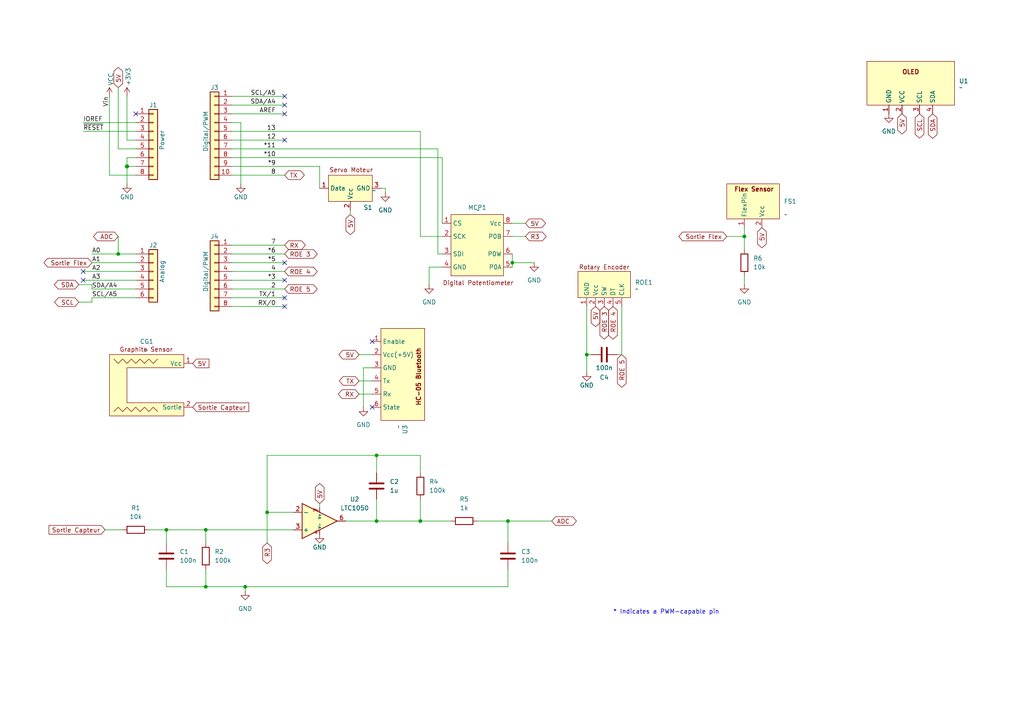
<source format=kicad_sch>
(kicad_sch (version 20250114) (generator "eeschema") (generator_version "9.0")
  (paper "A4")
  (title_block (date "2025-03-08") (company "INSA Toulouse - 4A GP"))
  (lib_symbols
    (symbol "Connector_Generic:Conn_01x06" (pin_names (offset 1.016) (hide yes))
      (property "Reference" "J" (at 0 7.62 0))
      (property "Value" "Conn_01x06" (at 0 -10.16 0))
      (symbol "Conn_01x06_1_1"
        (rectangle (start -1.27 6.35) (end 1.27 -8.89) (stroke (width 0.254)) (fill (type background)))
        (rectangle (start -1.27 5.207) (end 0 4.953) (stroke (width 0.1524)))
        (rectangle (start -1.27 2.667) (end 0 2.413) (stroke (width 0.1524)))
        (rectangle (start -1.27 0.127) (end 0 -0.127) (stroke (width 0.1524)))
        (rectangle (start -1.27 -2.413) (end 0 -2.667) (stroke (width 0.1524)))
        (rectangle (start -1.27 -4.953) (end 0 -5.207) (stroke (width 0.1524)))
        (rectangle (start -1.27 -7.493) (end 0 -7.747) (stroke (width 0.1524)))
        (pin passive line (at -5.08 5.08 0) (length 3.81) (name "Pin_1") (number "1"))
        (pin passive line (at -5.08 2.54 0) (length 3.81) (name "Pin_2") (number "2"))
        (pin passive line (at -5.08 0 0) (length 3.81) (name "Pin_3") (number "3"))
        (pin passive line (at -5.08 -2.54 0) (length 3.81) (name "Pin_4") (number "4"))
        (pin passive line (at -5.08 -5.08 0) (length 3.81) (name "Pin_5") (number "5"))
        (pin passive line (at -5.08 -7.62 0) (length 3.81) (name "Pin_6") (number "6"))
      )
    )
    (symbol "Connector_Generic:Conn_01x08" (pin_names (offset 1.016) (hide yes))
      (property "Reference" "J" (at 0 10.16 0))
      (property "Value" "Conn_01x08" (at 0 -12.7 0))
      (symbol "Conn_01x08_1_1"
        (rectangle (start -1.27 8.89) (end 1.27 -11.43) (stroke (width 0.254)) (fill (type background)))
        (rectangle (start -1.27 7.747) (end 0 7.493) (stroke (width 0.1524)))
        (rectangle (start -1.27 5.207) (end 0 4.953) (stroke (width 0.1524)))
        (rectangle (start -1.27 2.667) (end 0 2.413) (stroke (width 0.1524)))
        (rectangle (start -1.27 0.127) (end 0 -0.127) (stroke (width 0.1524)))
        (rectangle (start -1.27 -2.413) (end 0 -2.667) (stroke (width 0.1524)))
        (rectangle (start -1.27 -4.953) (end 0 -5.207) (stroke (width 0.1524)))
        (rectangle (start -1.27 -7.493) (end 0 -7.747) (stroke (width 0.1524)))
        (rectangle (start -1.27 -10.033) (end 0 -10.287) (stroke (width 0.1524)))
        (pin passive line (at -5.08 7.62 0) (length 3.81) (name "Pin_1") (number "1"))
        (pin passive line (at -5.08 5.08 0) (length 3.81) (name "Pin_2") (number "2"))
        (pin passive line (at -5.08 2.54 0) (length 3.81) (name "Pin_3") (number "3"))
        (pin passive line (at -5.08 0 0) (length 3.81) (name "Pin_4") (number "4"))
        (pin passive line (at -5.08 -2.54 0) (length 3.81) (name "Pin_5") (number "5"))
        (pin passive line (at -5.08 -5.08 0) (length 3.81) (name "Pin_6") (number "6"))
        (pin passive line (at -5.08 -7.62 0) (length 3.81) (name "Pin_7") (number "7"))
        (pin passive line (at -5.08 -10.16 0) (length 3.81) (name "Pin_8") (number "8"))
      )
    )
    (symbol "Connector_Generic:Conn_01x10" (pin_names (offset 1.016) (hide yes))
      (property "Reference" "J" (at 0 12.7 0))
      (property "Value" "Conn_01x10" (at 0 -15.24 0))
      (symbol "Conn_01x10_1_1"
        (rectangle (start -1.27 11.43) (end 1.27 -13.97) (stroke (width 0.254)) (fill (type background)))
        (rectangle (start -1.27 10.287) (end 0 10.033) (stroke (width 0.1524)))
        (rectangle (start -1.27 7.747) (end 0 7.493) (stroke (width 0.1524)))
        (rectangle (start -1.27 5.207) (end 0 4.953) (stroke (width 0.1524)))
        (rectangle (start -1.27 2.667) (end 0 2.413) (stroke (width 0.1524)))
        (rectangle (start -1.27 0.127) (end 0 -0.127) (stroke (width 0.1524)))
        (rectangle (start -1.27 -2.413) (end 0 -2.667) (stroke (width 0.1524)))
        (rectangle (start -1.27 -4.953) (end 0 -5.207) (stroke (width 0.1524)))
        (rectangle (start -1.27 -7.493) (end 0 -7.747) (stroke (width 0.1524)))
        (rectangle (start -1.27 -10.033) (end 0 -10.287) (stroke (width 0.1524)))
        (rectangle (start -1.27 -12.573) (end 0 -12.827) (stroke (width 0.1524)))
        (pin passive line (at -5.08 10.16 0) (length 3.81) (name "Pin_1") (number "1"))
        (pin passive line (at -5.08 7.62 0) (length 3.81) (name "Pin_2") (number "2"))
        (pin passive line (at -5.08 5.08 0) (length 3.81) (name "Pin_3") (number "3"))
        (pin passive line (at -5.08 2.54 0) (length 3.81) (name "Pin_4") (number "4"))
        (pin passive line (at -5.08 0 0) (length 3.81) (name "Pin_5") (number "5"))
        (pin passive line (at -5.08 -2.54 0) (length 3.81) (name "Pin_6") (number "6"))
        (pin passive line (at -5.08 -5.08 0) (length 3.81) (name "Pin_7") (number "7"))
        (pin passive line (at -5.08 -7.62 0) (length 3.81) (name "Pin_8") (number "8"))
        (pin passive line (at -5.08 -10.16 0) (length 3.81) (name "Pin_9") (number "9"))
        (pin passive line (at -5.08 -12.7 0) (length 3.81) (name "Pin_10") (number "10"))
      )
    )
    (symbol "Device:C" (pin_numbers (hide yes)) (pin_names (offset 0.254))
      (property "Reference" "C" (at 0.635 2.54 0))
      (property "Value" "C" (at 0.635 -2.54 0))
      (symbol "C_0_1"
        (polyline (pts (xy -2.032 0.762) (xy 2.032 0.762)) (stroke (width 0.508)))
        (polyline (pts (xy -2.032 -0.762) (xy 2.032 -0.762)) (stroke (width 0.508)))
      )
      (symbol "C_1_1"
        (pin passive line (at 0 3.81 270) (length 2.794) (name "~") (number "1"))
        (pin passive line (at 0 -3.81 90) (length 2.794) (name "~") (number "2"))
      )
    )
    (symbol "Device:R" (pin_numbers (hide yes)) (pin_names (offset 0))
      (property "Reference" "R" (at 2.032 0 90))
      (property "Value" "R" (at 0 0 90))
      (symbol "R_0_1"
        (rectangle (start -1.016 -2.54) (end 1.016 2.54) (stroke (width 0.254)))
      )
      (symbol "R_1_1"
        (pin passive line (at 0 3.81 270) (length 1.27) (name "~") (number "1"))
        (pin passive line (at 0 -3.81 90) (length 1.27) (name "~") (number "2"))
      )
    )
    (symbol "GND_1" (power) (pin_numbers (hide yes)) (pin_names (offset 0) (hide yes))
      (property "Value" "GND" (at 0 -3.81 0))
      (symbol "GND_1_0_1"
        (polyline (pts (xy 0 0) (xy 0 -1.27) (xy 1.27 -1.27) (xy 0 -2.54) (xy -1.27 -1.27) (xy 0 -1.27)))
      )
      (symbol "GND_1_1_1"
        (pin power_in line (at 0 0 270) (length 0) (name "~") (number "1"))
      )
    )
    (symbol "GND_2" (power) (pin_numbers (hide yes)) (pin_names (offset 0) (hide yes))
      (property "Value" "GND" (at 0 -3.81 0))
      (symbol "GND_2_0_1"
        (polyline (pts (xy 0 0) (xy 0 -1.27) (xy 1.27 -1.27) (xy 0 -2.54) (xy -1.27 -1.27) (xy 0 -1.27)))
      )
      (symbol "GND_2_1_1"
        (pin power_in line (at 0 0 270) (length 0) (name "~") (number "1"))
      )
    )
    (symbol "MyLibGraphite:Capteur"
      (property "Reference" "CG1" (at -12.7 8.255 90))
      (property "Value" "~" (at -10.16 8.255 90))
      (symbol "Capteur_1_1"
        (polyline (pts (xy -7.62 -1.27) (xy -6.35 0) (xy -7.62 1.27) (xy -6.35 2.54) (xy -7.62 3.81) (xy -6.35 5.08) (xy -7.62 6.35) (xy -6.35 7.62) (xy -7.62 8.89) (xy -6.35 10.16) (xy -7.62 11.43)))
        (polyline (pts (xy -6.985 -2.54) (xy 8.89 -2.54) (xy 8.89 19.05) (xy 5.08 19.05) (xy 5.08 2.54) (xy -5.08 2.54) (xy -5.08 19.05) (xy -8.89 19.05) (xy -8.89 -2.54) (xy -6.985 -2.54) (xy 7.62 -2.54)) (fill (type background)))
        (polyline (pts (xy 7.62 11.43) (xy 6.35 10.16) (xy 7.62 8.89) (xy 6.35 7.62) (xy 7.62 6.35) (xy 6.35 5.08) (xy 7.62 3.81) (xy 6.35 2.54) (xy 7.62 1.27) (xy 6.35 0) (xy 7.62 -1.27)))
        (text "Graphite Sensor" (at -10.414 8.128 900) (effects (font (size 1.27 1.27))))
        (pin input line (at -6.35 21.59 270) (length 2.54) (name "Vcc") (number "1"))
        (pin input line (at 6.35 21.59 270) (length 2.54) (name "Sortie") (number "2"))
      )
    )
    (symbol "MyLibGraphite:Digital-Potentiometer"
      (property "Reference" "MCP1" (at 0 10.414 0))
      (symbol "Digital-Potentiometer_1_1"
        (rectangle (start -7.62 8.89) (end 7.62 -8.89) (fill (type background)))
        (text "Digital Potentiometer" (at 0.254 -10.922 0) (effects (font (size 1.27 1.27))))
        (pin input line (at -10.16 6.35 0) (length 2.54) (name "CS") (number "1"))
        (pin input line (at -10.16 2.54 0) (length 2.54) (name "SCK") (number "2"))
        (pin input line (at -10.16 -2.54 0) (length 2.54) (name "SDI") (number "3"))
        (pin input line (at -10.16 -6.35 0) (length 2.54) (name "GND") (number "4"))
        (pin input line (at 10.16 6.35 180) (length 2.54) (name "Vcc") (number "8"))
        (pin input line (at 10.16 2.54 180) (length 2.54) (name "P0B") (number "7"))
        (pin input line (at 10.16 -2.54 180) (length 2.54) (name "P0W") (number "6"))
        (pin input line (at 10.16 -6.35 180) (length 2.54) (name "P0A") (number "5"))
      )
    )
    (symbol "MyLibGraphite:Flex-Sensor"
      (property "Reference" "U4" (at 8.89 -1.27 0))
      (property "Value" "~" (at 8.89 -5.08 0))
      (symbol "Flex-Sensor_1_1"
        (rectangle (start -7.62 3.81) (end 7.62 -6.35) (fill (type background)))
        (text "Flex Sensor" (at 0.254 2.286 0) (effects (font (size 1.27 1.27) (thickness 0.254) (bold yes))))
        (pin input line (at -2.54 -8.89 90) (length 2.54) (name "FlexPin") (number "1"))
        (pin input line (at 2.54 -8.89 90) (length 2.54) (name "Vcc") (number "2"))
      )
    )
    (symbol "MyLibGraphite:HC-05_Bluetooth"
      (property "Reference" "U3" (at 15.24 2.032 0))
      (symbol "HC-05_Bluetooth_1_1"
        (rectangle (start -13.97 8.89) (end 12.7 -3.81) (fill (type background)))
        (text "HC-05 Bluetooth\n" (at 0 7.112 0) (effects (font (size 1.27 1.27) (thickness 0.254) (bold yes))))
        (pin input line (at -10.16 -6.35 90) (length 2.54) (name "Enable") (number "1"))
        (pin input line (at -6.35 -6.35 90) (length 2.54) (name "Vcc(+5V)") (number "2"))
        (pin input line (at -2.54 -6.35 90) (length 2.54) (name "GND") (number "3"))
        (pin input line (at 1.27 -6.35 90) (length 2.54) (name "Tx") (number "4"))
        (pin input line (at 5.08 -6.35 90) (length 2.54) (name "Rx") (number "5"))
        (pin input line (at 8.89 -6.35 90) (length 2.54) (name "State") (number "6"))
      )
    )
    (symbol "MyLibGraphite:LTC1050" (pin_names (offset 0.254))
      (property "Reference" "U2" (at 10.16 6.3186 0))
      (property "Value" "LTC1050" (at 10.16 3.7786 0))
      (symbol "LTC1050_1_1"
        (polyline (pts (xy -5.08 5.08) (xy -5.08 -5.08) (xy 5.08 0) (xy -5.08 5.08)) (stroke (width 0.254)) (fill (type background)))
        (pin input line (at -7.62 2.54 0) (length 2.54) (name "-") (number "2"))
        (pin input line (at -7.62 -2.54 0) (length 2.54) (name "+") (number "3"))
        (pin input line (at 0 3.81 270) (length 1.27) (name "V+") (number "7"))
        (pin input line (at 0 -3.81 90) (length 1.27) (name "V-") (number "4"))
        (pin no_connect line (at 2.54 -11.43 180) (length 2.54) (hide yes) (name "NC") (number "1"))
        (pin no_connect line (at 2.54 -13.97 180) (length 2.54) (hide yes) (name "EXT_CLK") (number "5"))
        (pin no_connect line (at 2.54 -16.51 180) (length 2.54) (hide yes) (name "NC") (number "8"))
        (pin output line (at 7.62 0 180) (length 2.54) (name "~") (number "6"))
      )
    )
    (symbol "MyLibGraphite:OLED"
      (property "Reference" "U1" (at 0 6.096 0))
      (symbol "OLED_1_1"
        (rectangle (start -12.7 12.7) (end 12.7 0) (fill (type background)))
        (text "OLED\n" (at 0 9.652 0) (effects (font (size 1.27 1.27) (thickness 0.254) (bold yes))))
        (pin input line (at -6.35 -2.54 90) (length 2.54) (name "GND") (number "1"))
        (pin input line (at -2.54 -2.54 90) (length 2.54) (name "VCC") (number "2"))
        (pin input line (at 2.54 -2.54 90) (length 2.54) (name "SCL") (number "3"))
        (pin input line (at 6.35 -2.54 90) (length 2.54) (name "SDA") (number "4"))
      )
    )
    (symbol "MyLibGraphite:Rotary_Encoder"
      (property "Reference" "ROE1" (at 8.89 -4.4449 0))
      (property "Value" "~" (at 8.89 -6.35 0))
      (symbol "Rotary_Encoder_1_1"
        (rectangle (start -7.62 -1.27) (end 7.62 -8.89) (fill (type background)))
        (text "Rotary Encoder" (at 0 0 0) (effects (font (size 1.27 1.27))))
        (pin input line (at -5.08 -11.43 90) (length 2.54) (name "GND") (number "1"))
        (pin input line (at -2.54 -11.43 90) (length 2.54) (name "Vcc") (number "2"))
        (pin input line (at 0 -11.43 90) (length 2.54) (name "SW") (number "3"))
        (pin input line (at 2.54 -11.43 90) (length 2.54) (name "DT") (number "4"))
        (pin input line (at 5.08 -11.43 90) (length 2.54) (name "CLK") (number "5"))
      )
    )
    (symbol "MyLibGraphite:Servo"
      (property "Reference" "S1" (at 5.588 -10.668 0))
      (property "Value" "~" (at 6.35 -5.715 0))
      (symbol "Servo_1_1"
        (rectangle (start -6.35 -1.27) (end 6.35 -8.89) (fill (type background)))
        (text "Servo Moteur\n" (at 0.254 0.254 0) (effects (font (size 1.27 1.27))))
        (pin input line (at -8.89 -5.08 0) (length 2.54) (name "Data") (number "1"))
        (pin input line (at 0 -11.43 90) (length 2.54) (name "Vcc") (number "2"))
        (pin input line (at 8.89 -5.08 180) (length 2.54) (name "GND") (number "3"))
      )
    )
    (symbol "power:+3V3" (power) (pin_names (offset 0))
      (property "Value" "+3V3" (at 0 3.556 0))
      (symbol "+3V3_0_1"
        (polyline (pts (xy -0.762 1.27) (xy 0 2.54)))
        (polyline (pts (xy 0 2.54) (xy 0.762 1.27)))
        (polyline (pts (xy 0 0) (xy 0 2.54)))
      )
      (symbol "+3V3_1_1"
        (pin power_in line (at 0 0 90) (length 0) (hide yes) (name "+3V3") (number "1"))
      )
    )
    (symbol "power:GND" (power) (pin_names (offset 0))
      (property "Value" "GND" (at 0 -3.81 0))
      (symbol "GND_0_1"
        (polyline (pts (xy 0 0) (xy 0 -1.27) (xy 1.27 -1.27) (xy 0 -2.54) (xy -1.27 -1.27) (xy 0 -1.27)))
      )
      (symbol "GND_1_1"
        (pin power_in line (at 0 0 270) (length 0) (hide yes) (name "GND") (number "1"))
      )
    )
    (symbol "power:VCC" (power) (pin_names (offset 0))
      (property "Value" "VCC" (at 0 3.81 0))
      (symbol "VCC_0_1"
        (polyline (pts (xy -0.762 1.27) (xy 0 2.54)))
        (polyline (pts (xy 0 2.54) (xy 0.762 1.27)))
        (polyline (pts (xy 0 0) (xy 0 2.54)))
      )
      (symbol "VCC_1_1"
        (pin power_in line (at 0 0 90) (length 0) (hide yes) (name "VCC") (number "1"))
      )
    )
  )
  (text "* Indicates a PWM-capable pin" (at 177.8 178.308 0) (effects (font (size 1.27 1.27)) (justify left bottom)))
  (junction (at 147.32 151.13))
  (junction (at 148.59 76.2))
  (junction (at 34.29 73.66))
  (junction (at 48.26 153.67))
  (junction (at 59.69 153.67))
  (junction (at 109.22 151.13))
  (junction (at 36.83 48.26) (diameter 1.016))
  (junction (at 170.18 102.87))
  (junction (at 71.12 170.18))
  (junction (at 109.22 132.08))
  (junction (at 59.69 170.18))
  (junction (at 77.47 148.59))
  (junction (at 121.92 151.13))
  (junction (at 215.9 68.58))
  (no_connect (at 82.55 76.2))
  (no_connect (at 82.55 27.94))
  (no_connect (at 24.13 81.28))
  (no_connect (at 82.55 81.28))
  (no_connect (at 82.55 33.02))
  (no_connect (at 107.95 118.11))
  (no_connect (at 82.55 30.48))
  (no_connect (at 82.55 88.9))
  (no_connect (at 107.95 99.06))
  (no_connect (at 39.37 33.02))
  (no_connect (at 82.55 40.64))
  (no_connect (at 82.55 86.36))
  (no_connect (at 24.13 78.74))
  (wire (pts (xy 67.31 88.9) (xy 82.55 88.9)))
  (wire (pts (xy 101.6 60.96) (xy 101.6 62.23)))
  (wire (pts (xy 77.47 148.59) (xy 85.09 148.59)))
  (wire (pts (xy 67.31 45.72) (xy 128.27 45.72)))
  (wire (pts (xy 67.31 27.94) (xy 82.55 27.94)))
  (wire (pts (xy 71.12 170.18) (xy 59.69 170.18)))
  (wire (pts (xy 121.92 68.58) (xy 128.27 68.58)))
  (wire (pts (xy 36.83 45.72) (xy 36.83 48.26)))
  (wire (pts (xy 48.26 170.18) (xy 59.69 170.18)))
  (wire (pts (xy 121.92 38.1) (xy 121.92 68.58)))
  (wire (pts (xy 36.83 48.26) (xy 36.83 53.34)))
  (wire (pts (xy 110.49 54.61) (xy 111.76 54.61)))
  (wire (pts (xy 36.83 40.64) (xy 39.37 40.64)))
  (wire (pts (xy 34.29 43.18) (xy 39.37 43.18)))
  (wire (pts (xy 35.56 153.67) (xy 30.48 153.67)))
  (wire (pts (xy 104.14 102.87) (xy 107.95 102.87)))
  (wire (pts (xy 121.92 132.08) (xy 121.92 137.16)))
  (wire (pts (xy 48.26 153.67) (xy 59.69 153.67)))
  (wire (pts (xy 36.83 27.94) (xy 36.83 40.64)))
  (wire (pts (xy 100.33 151.13) (xy 109.22 151.13)))
  (wire (pts (xy 170.18 88.9) (xy 170.18 102.87)))
  (wire (pts (xy 121.92 144.78) (xy 121.92 151.13)))
  (wire (pts (xy 39.37 73.66) (xy 34.29 73.66)))
  (wire (pts (xy 26.67 73.66) (xy 34.29 73.66)))
  (wire (pts (xy 24.13 81.28) (xy 39.37 81.28)))
  (wire (pts (xy 128.27 64.77) (xy 128.27 45.72)))
  (wire (pts (xy 92.71 54.61) (xy 92.71 48.26)))
  (wire (pts (xy 124.46 77.47) (xy 124.46 82.55)))
  (wire (pts (xy 127 73.66) (xy 127 43.18)))
  (wire (pts (xy 67.31 48.26) (xy 92.71 48.26)))
  (wire (pts (xy 111.76 54.61) (xy 111.76 55.88)))
  (wire (pts (xy 154.94 76.2) (xy 148.59 76.2)))
  (wire (pts (xy 34.29 25.4) (xy 34.29 43.18)))
  (wire (pts (xy 48.26 170.18) (xy 48.26 165.1)))
  (wire (pts (xy 109.22 132.08) (xy 109.22 137.16)))
  (wire (pts (xy 24.13 35.56) (xy 39.37 35.56)))
  (wire (pts (xy 121.92 151.13) (xy 130.81 151.13)))
  (wire (pts (xy 67.31 81.28) (xy 82.55 81.28)))
  (wire (pts (xy 26.67 82.55) (xy 26.67 83.82)))
  (wire (pts (xy 215.9 82.55) (xy 215.9 80.01)))
  (wire (pts (xy 105.41 106.68) (xy 105.41 118.11)))
  (wire (pts (xy 26.67 87.63) (xy 26.67 86.36)))
  (wire (pts (xy 121.92 151.13) (xy 109.22 151.13)))
  (wire (pts (xy 69.85 35.56) (xy 69.85 53.34)))
  (wire (pts (xy 109.22 144.78) (xy 109.22 151.13)))
  (wire (pts (xy 67.31 33.02) (xy 82.55 33.02)))
  (wire (pts (xy 138.43 151.13) (xy 147.32 151.13)))
  (wire (pts (xy 67.31 71.12) (xy 82.55 71.12)))
  (wire (pts (xy 215.9 66.04) (xy 215.9 68.58)))
  (wire (pts (xy 104.14 110.49) (xy 107.95 110.49)))
  (wire (pts (xy 77.47 132.08) (xy 109.22 132.08)))
  (wire (pts (xy 152.4 64.77) (xy 148.59 64.77)))
  (wire (pts (xy 24.13 38.1) (xy 39.37 38.1)))
  (wire (pts (xy 39.37 48.26) (xy 36.83 48.26)))
  (wire (pts (xy 67.31 38.1) (xy 121.92 38.1)))
  (wire (pts (xy 48.26 153.67) (xy 48.26 157.48)))
  (wire (pts (xy 39.37 50.8) (xy 31.75 50.8)))
  (wire (pts (xy 179.07 102.87) (xy 180.34 102.87)))
  (wire (pts (xy 26.67 76.2) (xy 39.37 76.2)))
  (wire (pts (xy 59.69 157.48) (xy 59.69 153.67)))
  (wire (pts (xy 121.92 132.08) (xy 109.22 132.08)))
  (wire (pts (xy 67.31 73.66) (xy 82.55 73.66)))
  (wire (pts (xy 67.31 83.82) (xy 82.55 83.82)))
  (wire (pts (xy 22.86 87.63) (xy 26.67 87.63)))
  (wire (pts (xy 147.32 165.1) (xy 147.32 170.18)))
  (wire (pts (xy 148.59 76.2) (xy 148.59 77.47)))
  (wire (pts (xy 148.59 68.58) (xy 152.4 68.58)))
  (wire (pts (xy 67.31 35.56) (xy 69.85 35.56)))
  (wire (pts (xy 39.37 45.72) (xy 36.83 45.72)))
  (wire (pts (xy 67.31 43.18) (xy 127 43.18)))
  (wire (pts (xy 26.67 86.36) (xy 39.37 86.36)))
  (wire (pts (xy 104.14 114.3) (xy 107.95 114.3)))
  (wire (pts (xy 77.47 148.59) (xy 77.47 132.08)))
  (wire (pts (xy 67.31 76.2) (xy 82.55 76.2)))
  (wire (pts (xy 67.31 40.64) (xy 82.55 40.64)))
  (wire (pts (xy 105.41 106.68) (xy 107.95 106.68)))
  (wire (pts (xy 147.32 151.13) (xy 147.32 157.48)))
  (wire (pts (xy 128.27 73.66) (xy 127 73.66)))
  (wire (pts (xy 92.71 146.05) (xy 92.71 147.32)))
  (wire (pts (xy 148.59 73.66) (xy 148.59 76.2)))
  (wire (pts (xy 43.18 153.67) (xy 48.26 153.67)))
  (wire (pts (xy 210.82 68.58) (xy 215.9 68.58)))
  (wire (pts (xy 71.12 170.18) (xy 147.32 170.18)))
  (wire (pts (xy 171.45 102.87) (xy 170.18 102.87)))
  (wire (pts (xy 34.29 68.58) (xy 34.29 73.66)))
  (wire (pts (xy 147.32 151.13) (xy 160.02 151.13)))
  (wire (pts (xy 24.13 78.74) (xy 39.37 78.74)))
  (wire (pts (xy 67.31 30.48) (xy 82.55 30.48)))
  (wire (pts (xy 67.31 78.74) (xy 82.55 78.74)))
  (wire (pts (xy 170.18 107.95) (xy 170.18 102.87)))
  (wire (pts (xy 77.47 157.48) (xy 77.47 148.59)))
  (wire (pts (xy 26.67 83.82) (xy 39.37 83.82)))
  (wire (pts (xy 215.9 68.58) (xy 215.9 72.39)))
  (wire (pts (xy 180.34 88.9) (xy 180.34 102.87)))
  (wire (pts (xy 59.69 165.1) (xy 59.69 170.18)))
  (wire (pts (xy 67.31 86.36) (xy 82.55 86.36)))
  (wire (pts (xy 31.75 50.8) (xy 31.75 27.94)))
  (wire (pts (xy 71.12 170.18) (xy 71.12 171.45)))
  (wire (pts (xy 59.69 153.67) (xy 85.09 153.67)))
  (wire (pts (xy 128.27 77.47) (xy 124.46 77.47)))
  (wire (pts (xy 26.67 82.55) (xy 22.86 82.55)))
  (wire (pts (xy 67.31 50.8) (xy 82.55 50.8)))
  (label "RX{slash}0" (at 80.01 88.9 180))
  (label "A2" (at 26.67 78.74 0))
  (label "4" (at 80.01 78.74 180))
  (label "2" (at 80.01 83.82 180))
  (label "A3" (at 26.67 81.28 0))
  (label "13" (at 80.01 38.1 180))
  (label "12" (at 80.01 40.64 180))
  (label "~{RESET}" (at 24.13 38.1 0))
  (label "*10" (at 80.01 45.72 180))
  (label "7" (at 80.01 71.12 180))
  (label "SDA{slash}A4" (at 80.01 30.48 180))
  (label "8" (at 80.01 50.8 180))
  (label "*11" (at 80.01 43.18 180))
  (label "*3" (at 80.01 81.28 180))
  (label "A1" (at 26.67 76.2 0))
  (label "TX{slash}1" (at 80.01 86.36 180))
  (label "A0" (at 26.67 73.66 0))
  (label "AREF" (at 80.01 33.02 180))
  (label "Vin" (at 31.75 27.94 270))
  (label "*6" (at 80.01 73.66 180))
  (label "SCL{slash}A5" (at 80.01 27.94 180))
  (label "*9" (at 80.01 48.26 180))
  (label "*5" (at 80.01 76.2 180))
  (label "IOREF" (at 24.13 35.56 0))
  (label "SDA{slash}A4" (at 26.67 83.82 0))
  (label "SCL{slash}A5" (at 26.67 86.36 0))
  (global_label "SCL" (shape bidirectional) (at 266.7 33.02 270) (property "Intersheetrefs" "${INTERSHEET_REFS}" (effects (hide yes))))
  (global_label "5V" (shape bidirectional) (at 34.29 25.4 90) (property "Intersheetrefs" "${INTERSHEET_REFS}" (effects (hide yes))))
  (global_label "5V" (shape bidirectional) (at 172.72 88.9 270) (property "Intersheetrefs" "${INTERSHEET_REFS}" (effects (hide yes))))
  (global_label "ROE 4" (shape bidirectional) (at 82.55 78.74 0) (property "Intersheetrefs" "${INTERSHEET_REFS}" (effects (hide yes))))
  (global_label "TX" (shape bidirectional) (at 104.14 110.49 180) (property "Intersheetrefs" "${INTERSHEET_REFS}" (effects (hide yes))))
  (global_label "ROE 5" (shape bidirectional) (at 82.55 83.82 0) (property "Intersheetrefs" "${INTERSHEET_REFS}" (effects (hide yes))))
  (global_label "Sortie Flex" (shape bidirectional) (at 26.67 76.2 180) (property "Intersheetrefs" "${INTERSHEET_REFS}" (effects (hide yes))))
  (global_label "ROE 5" (shape bidirectional) (at 180.34 102.87 270) (property "Intersheetrefs" "${INTERSHEET_REFS}" (effects (hide yes))))
  (global_label "SDA" (shape bidirectional) (at 270.51 33.02 270) (property "Intersheetrefs" "${INTERSHEET_REFS}" (effects (hide yes))))
  (global_label "ROE 3" (shape bidirectional) (at 82.55 73.66 0) (property "Intersheetrefs" "${INTERSHEET_REFS}" (effects (hide yes))))
  (global_label "ROE 3" (shape bidirectional) (at 175.26 88.9 270) (property "Intersheetrefs" "${INTERSHEET_REFS}" (effects (hide yes))))
  (global_label "RX" (shape bidirectional) (at 104.14 114.3 180) (property "Intersheetrefs" "${INTERSHEET_REFS}" (effects (hide yes))))
  (global_label "5V" (shape input) (at 55.88 105.41 0) (property "Intersheetrefs" "${INTERSHEET_REFS}" (effects (hide yes))))
  (global_label "SCL" (shape bidirectional) (at 22.86 87.63 180) (property "Intersheetrefs" "${INTERSHEET_REFS}" (effects (hide yes))))
  (global_label "SDA" (shape bidirectional) (at 22.86 82.55 180) (property "Intersheetrefs" "${INTERSHEET_REFS}" (effects (hide yes))))
  (global_label "5V" (shape bidirectional) (at 261.62 33.02 270) (property "Intersheetrefs" "${INTERSHEET_REFS}" (effects (hide yes))))
  (global_label "TX" (shape bidirectional) (at 82.55 50.8 0) (property "Intersheetrefs" "${INTERSHEET_REFS}" (effects (hide yes))))
  (global_label "ADC" (shape bidirectional) (at 34.29 68.58 180) (property "Intersheetrefs" "${INTERSHEET_REFS}" (effects (hide yes))))
  (global_label "5V" (shape bidirectional) (at 101.6 62.23 270) (property "Intersheetrefs" "${INTERSHEET_REFS}" (effects (hide yes))))
  (global_label "5V" (shape bidirectional) (at 104.14 102.87 180) (property "Intersheetrefs" "${INTERSHEET_REFS}" (effects (hide yes))))
  (global_label "ADC" (shape bidirectional) (at 160.02 151.13 0) (property "Intersheetrefs" "${INTERSHEET_REFS}" (effects (hide yes))))
  (global_label "Sortie Flex" (shape bidirectional) (at 210.82 68.58 180) (property "Intersheetrefs" "${INTERSHEET_REFS}" (effects (hide yes))))
  (global_label "Sortie Capteur" (shape input) (at 55.88 118.11 0) (property "Intersheetrefs" "${INTERSHEET_REFS}" (effects (hide yes))))
  (global_label "5V" (shape bidirectional) (at 220.98 66.04 270) (property "Intersheetrefs" "${INTERSHEET_REFS}" (effects (hide yes))))
  (global_label "ROE 4" (shape bidirectional) (at 177.8 88.9 270) (property "Intersheetrefs" "${INTERSHEET_REFS}" (effects (hide yes))))
  (global_label "Sortie Capteur" (shape input) (at 30.48 153.67 180) (property "Intersheetrefs" "${INTERSHEET_REFS}" (effects (hide yes))))
  (global_label "RX" (shape bidirectional) (at 82.55 71.12 0) (property "Intersheetrefs" "${INTERSHEET_REFS}" (effects (hide yes))))
  (global_label "5V" (shape bidirectional) (at 152.4 64.77 0) (property "Intersheetrefs" "${INTERSHEET_REFS}" (effects (hide yes))))
  (global_label "R3" (shape bidirectional) (at 152.4 68.58 0) (property "Intersheetrefs" "${INTERSHEET_REFS}" (effects (hide yes))))
  (global_label "R3" (shape bidirectional) (at 77.47 157.48 270) (property "Intersheetrefs" "${INTERSHEET_REFS}" (effects (hide yes))))
  (global_label "5V" (shape bidirectional) (at 92.71 146.05 90) (property "Intersheetrefs" "${INTERSHEET_REFS}" (effects (hide yes))))
  (symbol (lib_id "Connector_Generic:Conn_01x08") (at 44.45 40.64 0) (unit 1)
    (property "Reference" "J1" (at 44.45 30.48 0))
    (property "Value" "Power" (at 46.99 40.64 90))
    (property "Footprint" "Connector_PinSocket_2.54mm:PinSocket_1x08_P2.54mm_Vertical" (effects (hide yes)))
  )
  (symbol (lib_id "power:+3V3") (at 36.83 27.94 0) (unit 1)
    (property "Reference" "#PWR105" (effects (hide yes)))
    (property "Value" "+3V3" (at 37.211 24.892 90) (effects (justify left)))
  )
  (symbol (lib_id "power:GND") (at 36.83 53.34 0) (unit 1)
    (property "Reference" "#PWR106" (effects (hide yes)))
    (property "Value" "GND" (at 36.83 57.15 0))
  )
  (symbol (lib_id "Connector_Generic:Conn_01x10") (at 62.23 38.1 0) (mirror y) (unit 1)
    (property "Reference" "J3" (at 62.23 25.4 0))
    (property "Value" "Digital/PWM" (at 59.69 38.1 90))
    (property "Footprint" "Connector_PinSocket_2.54mm:PinSocket_1x10_P2.54mm_Vertical" (effects (hide yes)))
  )
  (symbol (lib_id "power:GND") (at 69.85 53.34 0) (unit 1)
    (property "Reference" "#PWR102" (effects (hide yes)))
    (property "Value" "GND" (at 69.85 57.15 0))
  )
  (symbol (lib_id "Connector_Generic:Conn_01x06") (at 44.45 78.74 0) (unit 1)
    (property "Reference" "J2" (at 44.45 71.12 0))
    (property "Value" "Analog" (at 46.99 78.74 90))
    (property "Footprint" "Connector_PinSocket_2.54mm:PinSocket_1x06_P2.54mm_Vertical" (effects (hide yes)))
  )
  (symbol (lib_id "Connector_Generic:Conn_01x08") (at 62.23 78.74 0) (mirror y) (unit 1)
    (property "Reference" "J4" (at 62.23 68.58 0))
    (property "Value" "Digital/PWM" (at 59.69 78.74 90))
    (property "Footprint" "Connector_PinSocket_2.54mm:PinSocket_1x08_P2.54mm_Vertical" (effects (hide yes)))
  )
  (symbol (lib_name "GND_2") (lib_id "power:GND") (at 111.76 55.88 0) (unit 1)
    (property "Reference" "#PWR05" (effects (hide yes)))
    (property "Value" "GND" (at 111.76 60.96 0))
    (property "Description" "Power symbol creates a global label with name \"GND\" , ground" (effects (hide yes)))
  )
  (symbol (lib_id "Device:R") (at 134.62 151.13 90) (unit 1)
    (property "Reference" "R5" (at 134.62 144.78 90))
    (property "Value" "1k" (at 134.62 147.32 90))
    (property "Footprint" "Resistor_THT:R_Axial_DIN0207_L6.3mm_D2.5mm_P5.08mm_Vertical" (effects (hide yes)))
    (property "Description" "Resistor" (effects (hide yes)))
  )
  (symbol (lib_id "Device:R") (at 59.69 161.29 0) (unit 1)
    (property "Reference" "R2" (at 62.23 160.0199 0) (effects (justify left)))
    (property "Value" "100k" (at 62.23 162.5599 0) (effects (justify left)))
    (property "Footprint" "Resistor_THT:R_Axial_DIN0207_L6.3mm_D2.5mm_P5.08mm_Vertical" (effects (hide yes)))
    (property "Description" "Resistor" (effects (hide yes)))
  )
  (symbol (lib_name "GND_2") (lib_id "power:GND") (at 215.9 82.55 0) (unit 1)
    (property "Reference" "#PWR03" (effects (hide yes)))
    (property "Value" "GND" (at 215.9 87.63 0))
    (property "Description" "Power symbol creates a global label with name \"GND\" , ground" (effects (hide yes)))
  )
  (symbol (lib_id "MyLibGraphite:Flex-Sensor") (at 218.44 57.15 0) (unit 1)
    (property "Reference" "FS1" (at 227.33 58.42 0) (effects (justify left)))
    (property "Value" "~" (at 227.33 62.23 0) (effects (justify left)))
    (property "Footprint" "MyLibEmpreinte:Flex Sensor" (effects (hide yes)))
  )
  (symbol (lib_id "power:VCC") (at 31.75 27.94 0) (unit 1)
    (property "Reference" "#PWR103" (effects (hide yes)))
    (property "Value" "VCC" (at 32.131 24.892 90) (effects (justify left)))
  )
  (symbol (lib_id "Device:C") (at 109.22 140.97 0) (unit 1)
    (property "Reference" "C2" (at 113.03 139.6999 0) (effects (justify left)))
    (property "Value" "1u" (at 113.03 142.2399 0) (effects (justify left)))
    (property "Footprint" "Capacitor_THT:C_Disc_D6.0mm_W2.5mm_P5.00mm" (effects (hide yes)))
    (property "Description" "Unpolarized capacitor" (effects (hide yes)))
  )
  (symbol (lib_id "Device:C") (at 147.32 161.29 0) (unit 1)
    (property "Reference" "C3" (at 151.13 160.0199 0) (effects (justify left)))
    (property "Value" "100n" (at 151.13 162.5599 0) (effects (justify left)))
    (property "Footprint" "Capacitor_THT:C_Disc_D6.0mm_W2.5mm_P5.00mm" (effects (hide yes)))
    (property "Description" "Unpolarized capacitor" (effects (hide yes)))
  )
  (symbol (lib_id "MyLibGraphite:Rotary_Encoder") (at 175.26 77.47 0) (unit 1)
    (property "Reference" "ROE1" (at 184.15 81.9149 0) (effects (justify left)))
    (property "Value" "~" (at 184.15 83.82 0) (effects (justify left)))
    (property "Footprint" "MyLibEmpreinte:RotaryEncoder" (effects (hide yes)))
  )
  (symbol (lib_name "GND_2") (lib_id "power:GND") (at 105.41 118.11 0) (unit 1)
    (property "Reference" "#PWR1" (effects (hide yes)))
    (property "Value" "GND" (at 105.41 123.19 0))
    (property "Description" "Power symbol creates a global label with name \"GND\" , ground" (effects (hide yes)))
  )
  (symbol (lib_name "GND_2") (lib_id "power:GND") (at 124.46 82.55 0) (unit 1)
    (property "Reference" "#PWR04" (effects (hide yes)))
    (property "Value" "GND" (at 124.46 87.63 0))
    (property "Description" "Power symbol creates a global label with name \"GND\" , ground" (effects (hide yes)))
  )
  (symbol (lib_id "Device:R") (at 215.9 76.2 0) (unit 1)
    (property "Reference" "R6" (at 218.44 74.9299 0) (effects (justify left)))
    (property "Value" "10k" (at 218.44 77.4699 0) (effects (justify left)))
    (property "Footprint" "Resistor_THT:R_Axial_DIN0207_L6.3mm_D2.5mm_P5.08mm_Vertical" (effects (hide yes)))
    (property "Description" "Resistor" (effects (hide yes)))
  )
  (symbol (lib_id "MyLibGraphite:Capteur") (at 34.29 111.76 270) (unit 1)
    (property "Reference" "CG1" (at 42.545 99.06 90))
    (property "Value" "~" (at 42.545 101.6 90))
    (property "Footprint" "MyLibEmpreinte:Capteur Graphene" (effects (hide yes)))
  )
  (symbol (lib_id "Device:R") (at 39.37 153.67 90) (unit 1)
    (property "Reference" "R1" (at 39.37 147.32 90))
    (property "Value" "10k" (at 39.37 149.86 90))
    (property "Footprint" "Resistor_THT:R_Axial_DIN0207_L6.3mm_D2.5mm_P5.08mm_Vertical" (effects (hide yes)))
    (property "Description" "Resistor" (effects (hide yes)))
  )
  (symbol (lib_name "GND_1") (lib_id "power:GND") (at 71.12 171.45 0) (unit 1)
    (property "Reference" "#PWR101" (effects (hide yes)))
    (property "Value" "GND" (at 71.12 176.53 0))
    (property "Description" "Power symbol creates a global label with name \"GND\" , ground" (effects (hide yes)))
  )
  (symbol (lib_id "Device:C") (at 48.26 161.29 0) (unit 1)
    (property "Reference" "C1" (at 52.07 160.0199 0) (effects (justify left)))
    (property "Value" "100n" (at 52.07 162.5599 0) (effects (justify left)))
    (property "Footprint" "Capacitor_THT:C_Disc_D6.0mm_W2.5mm_P5.00mm" (effects (hide yes)))
    (property "Description" "Unpolarized capacitor" (effects (hide yes)))
  )
  (symbol (lib_id "Device:R") (at 121.92 140.97 0) (unit 1)
    (property "Reference" "R4" (at 124.46 139.6999 0) (effects (justify left)))
    (property "Value" "100k" (at 124.46 142.2399 0) (effects (justify left)))
    (property "Footprint" "Resistor_THT:R_Axial_DIN0207_L6.3mm_D2.5mm_P5.08mm_Vertical" (effects (hide yes)))
    (property "Description" "Resistor" (effects (hide yes)))
  )
  (symbol (lib_id "MyLibGraphite:LTC1050") (at 92.71 151.13 0) (unit 1)
    (property "Reference" "U2" (at 102.87 144.8114 0))
    (property "Value" "LTC1050" (at 102.87 147.3514 0))
    (property "Footprint" "Package_DIP:DIP-8_W7.62mm" (effects (hide yes)))
    (property "Datasheet" "https://www.analog.com/media/en/technical-documentation/data-sheets/1151fa.pdf" (effects (hide yes)))
  )
  (symbol (lib_name "GND_2") (lib_id "power:GND") (at 170.18 107.95 0) (unit 1)
    (property "Reference" "#PWR06" (effects (hide yes)))
    (property "Value" "GND" (at 170.18 111.76 0))
    (property "Description" "Power symbol creates a global label with name \"GND\" , ground" (effects (hide yes)))
  )
  (symbol (lib_name "GND_2") (lib_id "power:GND") (at 257.81 33.02 0) (unit 1)
    (property "Reference" "#PWR02" (effects (hide yes)))
    (property "Value" "GND" (at 257.81 38.1 0))
    (property "Description" "Power symbol creates a global label with name \"GND\" , ground" (effects (hide yes)))
  )
  (symbol (lib_id "MyLibGraphite:Servo") (at 101.6 49.53 0) (unit 1)
    (property "Reference" "S1" (at 105.41 60.198 0) (effects (justify left)))
    (property "Value" "~" (at 107.95 55.245 0) (effects (justify left)))
    (property "Footprint" "MyLibEmpreinte:ServoMoteur" (effects (hide yes)))
  )
  (symbol (lib_name "GND_2") (lib_id "power:GND") (at 154.94 76.2 0) (unit 1)
    (property "Reference" "#PWR07" (effects (hide yes)))
    (property "Value" "GND" (at 154.94 81.28 0))
    (property "Description" "Power symbol creates a global label with name \"GND\" , ground" (effects (hide yes)))
  )
  (symbol (lib_id "power:GND") (at 92.71 154.94 0) (unit 1)
    (property "Reference" "#PWR0107" (effects (hide yes)))
    (property "Value" "GND" (at 92.71 158.75 0))
  )
  (symbol (lib_id "Device:C") (at 175.26 102.87 90) (unit 1)
    (property "Reference" "C4" (at 175.26 109.474 90))
    (property "Value" "100n" (at 175.26 106.68 90))
    (property "Footprint" "Capacitor_THT:C_Disc_D6.0mm_W2.5mm_P5.00mm" (effects (hide yes)))
    (property "Description" "Unpolarized capacitor" (effects (hide yes)))
  )
  (symbol (lib_id "MyLibGraphite:HC-05_Bluetooth") (at 114.3 109.22 270) (unit 1)
    (property "Reference" "U3" (at 117.4751 123.19 0) (effects (justify left)))
    (property "Value" "~" (at 115.57 123.19 0) (effects (justify left)))
    (property "Footprint" "MyLibEmpreinte:HC-05" (effects (hide yes)))
  )
  (symbol (lib_id "MyLibGraphite:OLED") (at 264.16 30.48 0) (unit 1)
    (property "Reference" "U1" (at 278.13 23.4949 0) (effects (justify left)))
    (property "Value" "~" (at 278.13 25.4 0) (effects (justify left)))
    (property "Footprint" "MyLibEmpreinte:MyEmpreinte" (effects (hide yes)))
  )
  (symbol (lib_id "MyLibGraphite:Digital-Potentiometer") (at 138.43 71.12 0) (unit 1)
    (property "Reference" "MCP1" (at 138.43 60.198 0))
    (property "Value" "~" (at 138.684 60.96 0))
    (property "Footprint" "Package_DIP:DIP-8_W7.62mm" (effects (hide yes)))
  )
)
</source>
